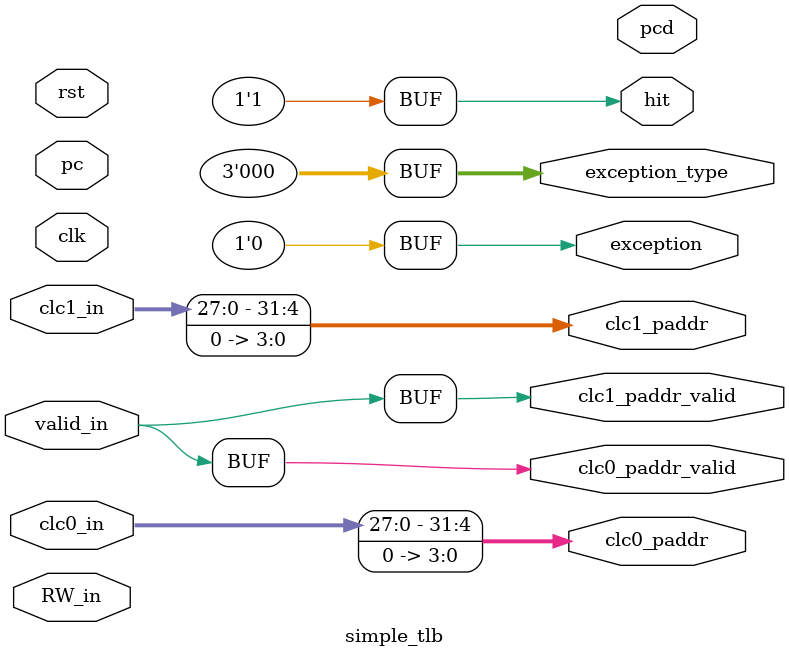
<source format=v>
module simple_tlb #(parameter XLEN = 32, CLC_WIDTH = 28)(
    input clk, rst,
    input [XLEN - 1 : 0] pc,
    input [CLC_WIDTH - 1 : 0] clc0_in,
    input [CLC_WIDTH - 1 : 0] clc1_in,
    input RW_in,            //check permissions, 0 is a read and 1 is a write
    input valid_in,         //if 1, then we are doing a memory request, else no exception should be thrown
    
    //outputs
    output reg pcd,             //don't cache MMIO
    output reg hit,
    output reg exception,
    output reg [2:0] exception_type,
    output reg [XLEN - 1 : 0] clc0_paddr,
    output reg [XLEN - 1 : 0] clc1_paddr,
    output reg clc0_paddr_valid,
    output reg clc1_paddr_valid
);

    // for a direct mapped TLB with only machine mode permissions

    always @(*) begin
        clc0_paddr <= {clc0_in, 4'b0};
        clc1_paddr <= {clc1_in, 4'b0};
        clc0_paddr_valid <= valid_in;
        clc1_paddr_valid <= valid_in;

        hit <= 1'b1;

        exception <= 1'b0;
        exception_type <= 3'b000;
    end

endmodule
</source>
